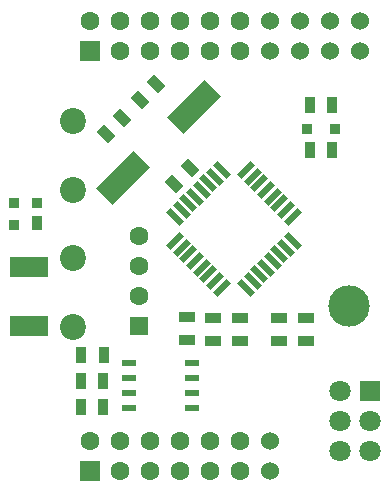
<source format=gbr>
G04 #@! TF.GenerationSoftware,KiCad,Pcbnew,6.0.11-2627ca5db0~126~ubuntu22.04.1*
G04 #@! TF.CreationDate,2023-12-06T10:35:34+01:00*
G04 #@! TF.ProjectId,bus-module_atmega328,6275732d-6d6f-4647-956c-655f61746d65,C*
G04 #@! TF.SameCoordinates,Original*
G04 #@! TF.FileFunction,Soldermask,Top*
G04 #@! TF.FilePolarity,Negative*
%FSLAX46Y46*%
G04 Gerber Fmt 4.6, Leading zero omitted, Abs format (unit mm)*
G04 Created by KiCad (PCBNEW 6.0.11-2627ca5db0~126~ubuntu22.04.1) date 2023-12-06 10:35:34*
%MOMM*%
%LPD*%
G01*
G04 APERTURE LIST*
G04 Aperture macros list*
%AMRotRect*
0 Rectangle, with rotation*
0 The origin of the aperture is its center*
0 $1 length*
0 $2 width*
0 $3 Rotation angle, in degrees counterclockwise*
0 Add horizontal line*
21,1,$1,$2,0,0,$3*%
%AMOutline4P*
0 Free polygon, 4 corners , with rotation*
0 The origin of the aperture is its center*
0 number of corners: always 4*
0 $1 to $8 corner X, Y*
0 $9 Rotation angle, in degrees counterclockwise*
0 create outline with 4 corners*
4,1,4,$1,$2,$3,$4,$5,$6,$7,$8,$1,$2,$9*%
G04 Aperture macros list end*
%ADD10RotRect,0.889000X1.397000X225.000000*%
%ADD11RotRect,0.889000X1.397000X45.000000*%
%ADD12R,0.889000X1.397000*%
%ADD13R,1.397000X0.889000*%
%ADD14R,1.651000X1.651000*%
%ADD15C,1.600200*%
%ADD16C,1.524000*%
%ADD17R,1.143000X0.508000*%
%ADD18R,0.914400X0.914400*%
%ADD19RotRect,4.500880X1.998980X225.000000*%
%ADD20C,3.500000*%
%ADD21RotRect,1.600000X0.550000X315.000000*%
%ADD22RotRect,1.600000X0.550000X45.000000*%
%ADD23R,0.850000X1.200000*%
%ADD24R,0.850000X0.850000*%
%ADD25Outline4P,-0.425000X-0.425000X0.425000X-0.425000X0.425000X0.425000X-0.425000X0.425000X90.000000*%
%ADD26R,3.200400X1.780540*%
%ADD27C,2.200000*%
%ADD28R,1.600000X1.600000*%
%ADD29C,1.600000*%
%ADD30R,1.800000X1.800000*%
%ADD31C,1.800000*%
G04 APERTURE END LIST*
D10*
X94122038Y-86262962D03*
X92775000Y-87610000D03*
D11*
X89901481Y-90483519D03*
X91248519Y-89136481D03*
X95687000Y-94713000D03*
X97034038Y-93365962D03*
D12*
X87775000Y-113610000D03*
X89680000Y-113610000D03*
D13*
X106863000Y-106079500D03*
X106863000Y-107984500D03*
D12*
X107180500Y-91792000D03*
X109085500Y-91792000D03*
D14*
X88575000Y-83410000D03*
D15*
X88575000Y-80870000D03*
X91115000Y-83410000D03*
X91115000Y-80870000D03*
X93655000Y-83410000D03*
X93655000Y-80870000D03*
X96195000Y-83410000D03*
X96195000Y-80870000D03*
X98735000Y-83410000D03*
X98735000Y-80870000D03*
X101275000Y-83410000D03*
X101275000Y-80870000D03*
D16*
X103815000Y-83410000D03*
X103815000Y-80870000D03*
X106355000Y-83410000D03*
X106355000Y-80870000D03*
X108895000Y-83410000D03*
X108895000Y-80870000D03*
X111435000Y-83410000D03*
X111435000Y-80870000D03*
D13*
X104577000Y-107984500D03*
X104577000Y-106079500D03*
D12*
X87775000Y-111410000D03*
X89680000Y-111410000D03*
D13*
X99000000Y-106057500D03*
X99000000Y-107962500D03*
X96750000Y-106010000D03*
X96750000Y-107915000D03*
X101250000Y-106057500D03*
X101250000Y-107962500D03*
D12*
X87822500Y-109210000D03*
X89727500Y-109210000D03*
X109085500Y-87982000D03*
X107180500Y-87982000D03*
D17*
X91833000Y-109905000D03*
X91833000Y-111175000D03*
X91833000Y-112445000D03*
X91833000Y-113715000D03*
X97167000Y-113715000D03*
X97167000Y-112445000D03*
X97167000Y-111175000D03*
X97167000Y-109905000D03*
D18*
X106956980Y-90014000D03*
X109309020Y-90014000D03*
D19*
X97384588Y-88200412D03*
X91375000Y-94210000D03*
D20*
X110500000Y-105000000D03*
D14*
X88575000Y-118970000D03*
D15*
X88575000Y-116430000D03*
X91115000Y-118970000D03*
X91115000Y-116430000D03*
X93655000Y-118970000D03*
X93655000Y-116430000D03*
X96195000Y-118970000D03*
X96195000Y-116430000D03*
X98735000Y-118970000D03*
X98735000Y-116430000D03*
X101275000Y-118970000D03*
X101275000Y-116430000D03*
D16*
X103815000Y-118970000D03*
X103815000Y-116430000D03*
D21*
X99724695Y-93514897D03*
X99159010Y-94080583D03*
X98593324Y-94646268D03*
X98027639Y-95211953D03*
X97461953Y-95777639D03*
X96896268Y-96343324D03*
X96330583Y-96909010D03*
X95764897Y-97474695D03*
D22*
X95764897Y-99525305D03*
X96330583Y-100090990D03*
X96896268Y-100656676D03*
X97461953Y-101222361D03*
X98027639Y-101788047D03*
X98593324Y-102353732D03*
X99159010Y-102919417D03*
X99724695Y-103485103D03*
D21*
X101775305Y-103485103D03*
X102340990Y-102919417D03*
X102906676Y-102353732D03*
X103472361Y-101788047D03*
X104038047Y-101222361D03*
X104603732Y-100656676D03*
X105169417Y-100090990D03*
X105735103Y-99525305D03*
D22*
X105735103Y-97474695D03*
X105169417Y-96909010D03*
X104603732Y-96343324D03*
X104038047Y-95777639D03*
X103472361Y-95211953D03*
X102906676Y-94646268D03*
X102340990Y-94080583D03*
X101775305Y-93514897D03*
D23*
X84064000Y-98022620D03*
D24*
X84064000Y-96303000D03*
X82164000Y-96303000D03*
D25*
X82164000Y-98203000D03*
D26*
X83368000Y-101723400D03*
X83368000Y-106727200D03*
D27*
X87175000Y-89410000D03*
X87175000Y-95210000D03*
X87175000Y-101010000D03*
X87175000Y-106810000D03*
D28*
X92750000Y-106750000D03*
D29*
X92750000Y-104210000D03*
X92750000Y-101670000D03*
X92750000Y-99130000D03*
D30*
X112250000Y-112210000D03*
D31*
X109710000Y-112210000D03*
X112250000Y-114750000D03*
X109710000Y-114750000D03*
X112250000Y-117290000D03*
X109710000Y-117290000D03*
M02*

</source>
